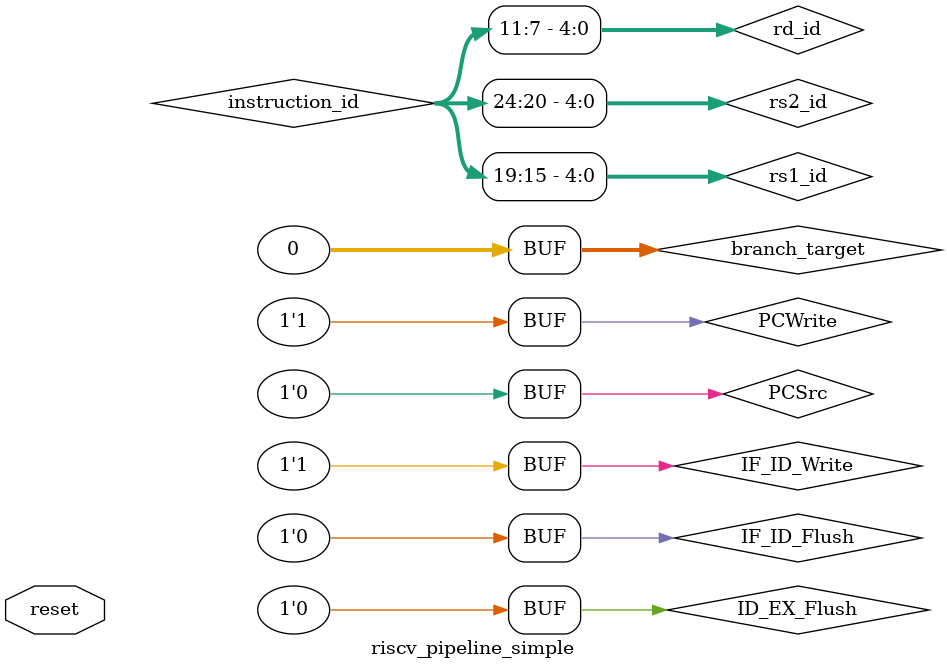
<source format=v>
`include "ClockGenerator/clock_gen.v"
`include "InstructionMemory/InstructionMemory.v"
`include "DataMemory/DataMemory.v"
`include "Registers/PC.v"
`include "Registers/Registers.v"
`include "Pipeline/ControlUnit_Pipeline.v"
`include "ImmediateGenerator/immediateG.v"
`include "Pipeline/ALU_Control_Pipeline.v"
`include "ALU/operations/and.v"
`include "ALU/operations/or.v"
`include "ALU/operations/srl.v"
`include "ALU/operations/sub.v"
`include "ALU/operations/sum.v"
`include "ALU/ALU.v"
`include "mux/mux.v"
`include "Pipeline/IF_ID_Register.v"
`include "Pipeline/ID_EX_Register.v"
`include "Pipeline/EX_MEM_Register.v"
`include "Pipeline/MEM_WB_Register.v"
`include "Pipeline/ForwardingMux.v"

module riscv_pipeline_simple (
    input reset
);
    // ============ CLOCK ============
    wire clk;
    ClockGen clkgen (.clk(clk));

    // ============ CONTROL SIGNALS ============
    // Inicializar com valores seguros
    wire PCWrite = 1'b1;  // Sempre permite escrita no PC inicialmente
    wire IF_ID_Write = 1'b1;  // Sempre permite escrita no IF/ID
    wire PCSrc = 1'b0;  // Sempre seleciona PC+4 inicialmente
    wire IF_ID_Flush = 1'b0;  // Sem flush inicialmente
    wire ID_EX_Flush = 1'b0;  // Sem flush inicialmente

    // ============ IF STAGE ============
    wire [31:0] pc_current, pc_next, pc_plus4;
    wire [31:0] instruction_if;
    wire [31:0] branch_target = 32'b0;  // Inicializar
    
    // PC MUX
    mux pc_src_mux (
        .A(branch_target),
        .B(pc_plus4),
        .select(PCSrc),
        .result(pc_next)
    );
    
    PC program_counter (
        .datain(pc_next),
        .dataout(pc_current),
        .enable(PCWrite),
        .reset(reset),
        .clk(clk)
    );
    
    sum pc_adder (
        .A(pc_current),
        .B(32'd4),
        .result(pc_plus4)
    );
    
    InstructionMemory inst_mem (
        .PC(pc_current),
        .instruction(instruction_if)
    );

    // ============ IF/ID REGISTER ============
    wire [31:0] pc_id, instruction_id;
    
    IF_ID_Register if_id_reg (
        .clk(clk),
        .reset(reset),
        .stall(~IF_ID_Write),
        .flush(IF_ID_Flush),
        .pc_in(pc_current),
        .instruction_in(instruction_if),
        .pc_out(pc_id),
        .instruction_out(instruction_id)
    );

    // ============ ID STAGE ============
    wire [31:0] read_data1_id, read_data2_id, immediate_id;
    wire [4:0] rs1_id, rs2_id, rd_id;
    wire [3:0] funct_id;
    
    // Control signals
    wire RegWrite_id, MemToReg_id, MemRead_id, MemWrite_id;
    wire ALUSrc_id, Branch_id, Jump_id;
    wire [1:0] ALUOp_id;
    
    assign rs1_id = instruction_id[19:15];
    assign rs2_id = instruction_id[24:20];
    assign rd_id = instruction_id[11:7];
    assign funct_id = {instruction_id[30], instruction_id[14:12]};
    
    ControlUnit_Pipeline control_unit (
        .Op(instruction_id[6:0]),
        .RegWrite(RegWrite_id),
        .MemToReg(MemToReg_id),
        .MemRead(MemRead_id),
        .MemWrite(MemWrite_id),
        .ALUSrc(ALUSrc_id),
        .Branch(Branch_id),
        .Jump(Jump_id),
        .ALUOp(ALUOp_id)
    );
    
    immediateG imm_gen (
        .instruction(instruction_id),
        .immediate(immediate_id)
    );
    
    // Write-back data (from WB stage)
    wire [31:0] write_data_wb_wire;
    wire [4:0] rd_wb_wire;
    wire RegWrite_wb_wire;
    
    Registers reg_file (
        .readRegister1(rs1_id),
        .readRegister2(rs2_id),
        .writeRegister(rd_wb_wire),
        .writeData(write_data_wb_wire),
        .regWrite(RegWrite_wb_wire),
        .clk(clk),
        .readData1(read_data1_id),
        .readData2(read_data2_id)
    );

    // ============ ID/EX REGISTER ============
    wire [31:0] pc_ex, read_data1_ex, read_data2_ex, immediate_ex;
    wire [4:0] rs1_ex, rs2_ex, rd_ex;
    wire [3:0] funct_ex;
    wire RegWrite_ex, MemToReg_ex, MemRead_ex, MemWrite_ex;
    wire ALUSrc_ex, Branch_ex, Jump_ex;
    wire [1:0] ALUOp_ex;
    
    ID_EX_Register id_ex_reg (
        .clk(clk),
        .reset(reset),
        .flush(ID_EX_Flush),
        .RegWrite_in(RegWrite_id),
        .MemToReg_in(MemToReg_id),
        .MemRead_in(MemRead_id),
        .MemWrite_in(MemWrite_id),
        .ALUSrc_in(ALUSrc_id),
        .Branch_in(Branch_id),
        .Jump_in(Jump_id),
        .ALUOp_in(ALUOp_id),
        .pc_in(pc_id),
        .read_data1_in(read_data1_id),
        .read_data2_in(read_data2_id),
        .immediate_in(immediate_id),
        .rs1_in(rs1_id),
        .rs2_in(rs2_id),
        .rd_in(rd_id),
        .funct_in(funct_id),
        .RegWrite_out(RegWrite_ex),
        .MemToReg_out(MemToReg_ex),
        .MemRead_out(MemRead_ex),
        .MemWrite_out(MemWrite_ex),
        .ALUSrc_out(ALUSrc_ex),
        .Branch_out(Branch_ex),
        .Jump_out(Jump_ex),
        .ALUOp_out(ALUOp_ex),
        .pc_out(pc_ex),
        .read_data1_out(read_data1_ex),
        .read_data2_out(read_data2_ex),
        .immediate_out(immediate_ex),
        .rs1_out(rs1_ex),
        .rs2_out(rs2_ex),
        .rd_out(rd_ex),
        .funct_out(funct_ex)
    );

    // ============ EX STAGE ============
    wire [31:0] alu_input1, alu_input2, alu_result;
    wire [3:0] alu_control;
    wire zero;
    
    // Sem forwarding por enquanto - usar dados diretos
    assign alu_input1 = read_data1_ex;
    
    mux alu_src_mux (
        .A(immediate_ex),
        .B(read_data2_ex),
        .select(ALUSrc_ex),
        .result(alu_input2)
    );
    
    ALU_Control_Pipeline alu_ctrl (
        .ALUOp(ALUOp_ex),
        .funct(funct_ex),
        .operation(alu_control)
    );
    
    ALU alu_unit (
        .A(alu_input1),
        .B(alu_input2),
        .ALUOp(alu_control),
        .result(alu_result),
        .zero(zero)
    );

    // ============ EX/MEM REGISTER ============
    wire [31:0] alu_result_mem, write_data_mem;
    wire [4:0] rd_mem;
    wire RegWrite_mem, MemToReg_mem, MemRead_mem, MemWrite_mem;
    
    EX_MEM_Register ex_mem_reg (
        .clk(clk),
        .reset(reset),
        .RegWrite_in(RegWrite_ex),
        .MemToReg_in(MemToReg_ex),
        .MemRead_in(MemRead_ex),
        .MemWrite_in(MemWrite_ex),
        .Branch_in(1'b0),  // Simplificar
        .Jump_in(1'b0),    // Simplificar
        .branch_target_in(32'b0),
        .alu_result_in(alu_result),
        .write_data_in(read_data2_ex),
        .rd_in(rd_ex),
        .zero_in(zero),
        .RegWrite_out(RegWrite_mem),
        .MemToReg_out(MemToReg_mem),
        .MemRead_out(MemRead_mem),
        .MemWrite_out(MemWrite_mem),
        .Branch_out(),
        .Jump_out(),
        .branch_target_out(),
        .alu_result_out(alu_result_mem),
        .write_data_out(write_data_mem),
        .rd_out(rd_mem),
        .zero_out()
    );

    // ============ MEM STAGE ============
    wire [31:0] read_data_mem;
    
    data_memory data_mem (
        .clk(clk),
        .mem_read(MemRead_mem),
        .mem_write(MemWrite_mem),
        .endereco(alu_result_mem),
        .write_data(write_data_mem),
        .read_data(read_data_mem)
    );

    // ============ MEM/WB REGISTER ============
    wire [31:0] read_data_wb_reg, alu_result_wb;
    wire MemToReg_wb_reg;
    
    MEM_WB_Register mem_wb_reg (
        .clk(clk),
        .reset(reset),
        .RegWrite_in(RegWrite_mem),
        .MemToReg_in(MemToReg_mem),
        .read_data_in(read_data_mem),
        .alu_result_in(alu_result_mem),
        .rd_in(rd_mem),
        .RegWrite_out(RegWrite_wb_wire),
        .MemToReg_out(MemToReg_wb_reg),
        .read_data_out(read_data_wb_reg),
        .alu_result_out(alu_result_wb),
        .rd_out(rd_wb_wire)
    );

    // ============ WB STAGE ============
    mux wb_mux (
        .A(read_data_wb_reg),
        .B(alu_result_wb),
        .select(MemToReg_wb_reg),
        .result(write_data_wb_wire)
    );

endmodule

</source>
